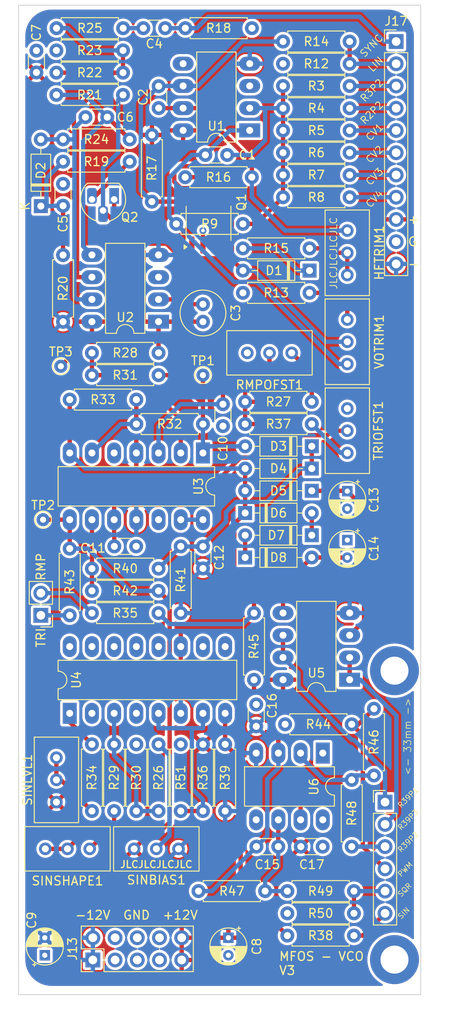
<source format=kicad_pcb>
(kicad_pcb (version 20240108) (generator "pcbnew") (generator_version "8.0")
  (layers (0 "F.Cu" signal) (1 "In1.Cu" power) (2 "In2.Cu" power) (31 "B.Cu" signal) (34 "B.Paste" user) (35 "F.Paste" user) (36 "B.SilkS" user "B.Silkscreen") (37 "F.SilkS" user "F.Silkscreen") (38 "B.Mask" user) (39 "F.Mask" user) (44 "Edge.Cuts" user))
  (net 0 "")
  (net 1 "Net-(U3A--)")
  (net 2 "RAW")
  (net 3 "GND")
  (net 4 "SYNC")
  (net 5 "-12V")
  (net 6 "+12V")
  (net 7 "Net-(D4-A)")
  (net 8 "Net-(D3-K)")
  (net 9 "Net-(D3-A)")
  (net 10 "CV1")
  (net 11 "CV2")
  (net 12 "CV3")
  (net 13 "CV4")
  (net 14 "LIN")
  (net 15 "Net-(R29-Pad1)")
  (net 16 "Net-(D8-A)")
  (net 17 "Net-(U1A--)")
  (net 18 "RMP")
  (net 19 "TRI")
  (net 20 "Net-(D1-K)")
  (net 21 "Net-(D6-A)")
  (net 22 "Net-(D1-A)")
  (net 23 "Net-(D2-A)")
  (net 24 "SIN")
  (net 25 "PWM")
  (net 26 "SQR")
  (net 27 "Net-(C1-Pad2)")
  (net 28 "Net-(Q1B-C2)")
  (net 29 "Net-(C2-Pad2)")
  (net 30 "Net-(Q1A-C1)")
  (net 31 "Net-(C4-Pad2)")
  (net 32 "Net-(D2-K)")
  (net 33 "Net-(U2B-+)")
  (net 34 "Net-(U3A-+)")
  (net 35 "Net-(U3C-+)")
  (net 36 "Net-(D5-K)")
  (net 37 "Net-(C15-Pad1)")
  (net 38 "Net-(D7-A)")
  (net 39 "Net-(Q1A-E1)")
  (net 40 "Net-(Q2-G)")
  (net 41 "R3P2")
  (net 42 "R2P2")
  (net 43 "Net-(R13-Pad2)")
  (net 44 "Net-(U2B--)")
  (net 45 "Net-(R26-Pad1)")
  (net 46 "Net-(U4C-+)")
  (net 47 "Net-(R27-Pad1)")
  (net 48 "Net-(U3B--)")
  (net 49 "Net-(R34-Pad1)")
  (net 50 "Net-(R34-Pad2)")
  (net 51 "Net-(R36-Pad2)")
  (net 52 "Net-(R37-Pad1)")
  (net 53 "Net-(R38-Pad1)")
  (net 54 "Net-(U3C--)")
  (net 55 "Net-(R42-Pad2)")
  (net 56 "Net-(U6--)")
  (net 57 "R39P2")
  (net 58 "R39P1")
  (net 59 "R39P3")
  (net 69 "Net-(U6-+)")
  (net 70 "Net-(U3D--)")
  (net 71 "Net-(HFTRIM1-Pad1)")
  (footprint "Library:R_Axial_DIN0207_L6.3mm_D2.5mm_P7.62mm_Horizontal" (layer "F.Cu") (at 93.472 66.04 180)
    (property "Reference" "R33")
    (property "Value" "10K")
  )
  (footprint "Library:R_Axial_DIN0207_L6.3mm_D2.5mm_P7.62mm_Horizontal" (layer "F.Cu") (at 85.09 57.1529 90)
    (property "Reference" "R20")
    (property "Value" "18K")
  )
  (footprint "Diode_THT:D_DO-35_SOD27_P7.62mm_Horizontal" (layer "F.Cu") (at 113.538 73.914 180)
    (property "Reference" "D4")
    (property "Value" "1N914")
  )
  (footprint "Library:R_Axial_DIN0207_L6.3mm_D2.5mm_P7.62mm_Horizontal" (layer "F.Cu") (at 88.392 113.03 90)
    (property "Reference" "R34")
    (property "Value" "100K")
  )
  (footprint "Capacitor_THT:C_Disc_D3.0mm_W1.6mm_P2.50mm" (layer "F.Cu") (at 96.769 23.622 180)
    (property "Reference" "C4")
    (property "Value" "1nF")
  )
  (footprint "Potentiometer_THT:Potentiometer_Bourns_3296W_Vertical" (layer "F.Cu") (at 106.162 60.706 180)
    (property "Reference" "RMPOFST1")
    (property "Value" "10K")
  )
  (footprint "TestPoint:TestPoint_THTPad_D1.5mm_Drill0.7mm" (layer "F.Cu") (at 82.804 79.756)
    (property "Reference" "TP2")
    (property "Value" "TestPoint")
  )
  (footprint "MountingHole:MountingHole_3.2mm_M3_DIN965_Pad" (layer "F.Cu") (at 123 130)
    (property "Reference" "H2" (hide yes))
    (property "Value" "MountingHole_Pad")
  )
  (footprint "Library:R_Axial_DIN0207_L6.3mm_D2.5mm_P7.62mm_Horizontal" (layer "F.Cu") (at 93.472 113.03 90)
    (property "Reference" "R30")
    (property "Value" "1K")
  )
  (footprint "Diode_THT:D_DO-35_SOD27_P7.62mm_Horizontal" (layer "F.Cu") (at 113.284 51.308 180)
    (property "Reference" "D1")
    (property "Value" "1N914")
  )
  (footprint "Capacitor_THT:C_Radial_D5.0mm_H11.0mm_P2.00mm" (layer "F.Cu") (at 101.092 55.15 -90)
    (property "Reference" "C3")
    (property "Value" "5nF")
  )
  (footprint "Library:R_Axial_DIN0207_L6.3mm_D2.5mm_P7.62mm_Horizontal" (layer "F.Cu") (at 110.744 127.254)
    (property "Reference" "R38")
    (property "Value" "1K")
  )
  (footprint "Library:R_Axial_DIN0207_L6.3mm_D2.5mm_P7.62mm_Horizontal" (layer "F.Cu") (at 92.71 36.322 180)
    (property "Reference" "R24")
    (property "Value" "1M")
  )
  (footprint "Capacitor_THT:C_Disc_D3.0mm_W1.6mm_P2.50mm" (layer "F.Cu") (at 109.708 117.094 180)
    (property "Reference" "C15")
    (property "Value" "10pF")
  )
  (footprint "Library:R_Axial_DIN0207_L6.3mm_D2.5mm_P7.62mm_Horizontal" (layer "F.Cu") (at 98.552 113.03 90)
    (property "Reference" "R51")
    (property "Value" "130K")
  )
  (footprint "Package_SO:SOIC-8_3.9x4.9mm_P1.27mm" (layer "F.Cu") (at 101.727 45.909 90)
    (property "Reference" "Q1")
    (property "Value" "SSM2210")
  )
  (footprint "Capacitor_THT:C_Disc_D3.0mm_W1.6mm_P2.50mm" (layer "F.Cu") (at 107.188 100.858 -90)
    (property "Reference" "C16")
    (property "Value" "100nF")
  )
  (footprint "Diode_THT:D_DO-35_SOD27_P7.62mm_Horizontal" (layer "F.Cu") (at 113.538 76.454 180)
    (property "Reference" "D5")
    (property "Value" "1N914")
  )
  (footprint "Library:R_Axial_DIN0207_L6.3mm_D2.5mm_P7.62mm_Horizontal" (layer "F.Cu") (at 118.11 109.474 -90)
    (property "Reference" "R48")
    (property "Value" "10K")
  )
  (footprint "Diode_THT:D_DO-35_SOD27_P7.62mm_Horizontal" (layer "F.Cu") (at 82.55 43.942 90)
    (property "Reference" "D2")
    (property "Value" "1N914" (hide yes))
  )
  (footprint "Capacitor_THT:C_Disc_D3.0mm_W1.6mm_P2.50mm" (layer "F.Cu") (at 103.378 69.068 90)
    (property "Reference" "C10")
    (property "Value" "100nF")
  )
  (footprint "Library:R_Axial_DIN0207_L6.3mm_D2.5mm_P7.62mm_Horizontal" (layer "F.Cu") (at 91.948 28.702 180)
    (property "Reference" "R22")
    (property "Value" "10K")
  )
  (footprint "Library:R_Axial_DIN0207_L6.3mm_D2.5mm_P7.62mm_Horizontal" (layer "F.Cu") (at 96.012 90.424 180)
    (property "Reference" "R35")
    (property "Value" "1K")
  )
  (footprint "Potentiometer_THT:Potentiometer_Bourns_3296W_Vertical" (layer "F.Cu") (at 117.602 61.976 -90)
    (property "Reference" "VOTRIM1")
    (property "Value" "100R")
  )
  (footprint "Library:R_Axial_DIN0207_L6.3mm_D2.5mm_P7.62mm_Horizontal" (layer "F.Cu") (at 88.392 87.884)
    (property "Reference" "R42")
    (property "Value" "20K")
  )
  (footprint "Library:R_Axial_DIN0207_L6.3mm_D2.5mm_P7.62mm_Horizontal" (layer "F.Cu") (at 117.871 35.306 180)
    (property "Reference" "R5")
    (property "Value" "100K")
  )
  (footprint "Library:R_Axial_DIN0207_L6.3mm_D2.5mm_P7.62mm_Horizontal" (layer "F.Cu") (at 90.932 113.03 90)
    (property "Reference" "R29")
    (property "Value" "20K")
  )
  (footprint "Library:R_Axial_DIN0207_L6.3mm_D2.5mm_P7.62mm_Horizontal" (layer "F.Cu") (at 88.392 63.246)
    (property "Reference" "R31")
    (property "Value" "47K")
  )
  (footprint "Library:R_Axial_DIN0207_L6.3mm_D2.5mm_P7.62mm_Horizontal" (layer "F.Cu") (at 96.012 60.706 180)
    (property "Reference" "R28")
    (property "Value" "10K")
  )
  (footprint "Library:R_Axial_DIN0207_L6.3mm_D2.5mm_P7.62mm_Horizontal" (layer "F.Cu") (at 106.934 90.424 -90)
    (property "Reference" "R45")
    (property "Value" "100K")
  )
  (footprint "Capacitor_THT:CP_Radial_D4.0mm_P2.00mm" (layer "F.Cu") (at 83 129.5 90)
    (property "Reference" "C9")
    (property "Value" "10uF")
  )
  (footprint "Package_TO_SOT_THT:TO-92L_HandSolder" (layer "F.Cu") (at 90.932 43.1771 180)
    (property "Reference" "Q2")
    (property "Value" "PN4391")
  )
  (footprint "Library:R_Axial_DIN0207_L6.3mm_D2.5mm_P7.62mm_Horizontal" (layer "F.Cu") (at 91.948 31.242 180)
    (property "Reference" "R21")
    (property "Value" "10K")
  )
  (footprint "Connector_PinHeader_2.54mm:PinHeader_2x05_P2.54mm_Vertical" (layer "F.Cu") (at 88.5 130.04 90)
    (property "Reference" "J13")
    (property "Value" "Conn_02x05_Odd_Even")
  )
  (footprint "MountingHole:MountingHole_3.2mm_M3_DIN965_Pad" (layer "F.Cu") (at 123 97)
    (property "Reference" "H1" (hide yes))
    (property "Value" "MountingHole_Pad")
  )
  (footprint "Capacitor_THT:CP_Radial_D4.0mm_P2.00mm" (layer "F.Cu") (at 117.602 76.4974 -90)
    (property "Reference" "C13")
    (property "Value" "1uF")
  )
  (footprint "Package_DIP:DIP-8_W7.62mm_LongPads" (layer "F.Cu") (at 96.012 57.14 180)
    (property "Reference" "U2")
    (property "Value" "TL072")
  )
  (footprint "Package_DIP:DIP-8_W7.62mm_LongPads" (layer "F.Cu") (at 114.798 106.411 -90)
    (property "Reference" "U6")
    (property "Value" "TL071")
  )
  (footprint "Potentiometer_THT:Potentiometer_Bourns_3296W_Vertical" (layer "F.Cu") (at 83.058 117.348 180)
    (property "Reference" "SINSHAPE1")
    (property "Value" "100K")
  )
  (footprint "TestPoint:TestPoint_THTPad_D1.5mm_Drill0.7mm" (layer "F.Cu") (at 84.836 62.23)
    (property "Reference" "TP3")
    (property "Value" "TestPoint")
  )
  (footprint "Library:R_Axial_DIN0207_L6.3mm_D2.5mm_P7.62mm_Horizontal" (layer "F.Cu") (at 93.472 68.834)
    (property "Reference" "R32")
    (property "Value" "10K")
  )
  (footprint "Connector_PinHeader_2.54mm:PinHeader_1x06_P2.54mm_Vertical" (layer "F.Cu") (at 121.92 112.014)
    (property "Reference" "J15" (hide yes))
    (property "Value" "Conn_01x06")
  )
  (footprint "Library:R_Axial_DIN0207_L6.3mm_D2.5mm_P7.62mm_Horizontal" (layer "F.Cu") (at 117.871 42.926 180)
    (property "Reference" "R8")
    (property "Value" "100K")
  )
  (footprint "Library:R_Axial_DIN0207_L6.3mm_D2.5mm_P7.62mm_Horizontal" (layer "F.Cu") (at 96.012 105.41 -90)
    (property "Reference" "R26")
    (property "Value" "470K")
  )
  (footprint "Diode_THT:D_DO-35_SOD27_P7.62mm_Horizontal" (layer "F.Cu") (at 105.918 84.074)
    (property "Reference" "D8")
    (property "Value" "1N914")
  )
  (footprint "Library:R_Axial_DIN0207_L6.3mm_D2.5mm_P7.62mm_Horizontal" (layer "F.Cu") (at 118.364 124.714 180)
    (property "Reference" "R50")
    (property "Value" "3K")
  )
  (footprint "Capacitor_THT:C_Disc_D3.0mm_W1.6mm_P2.50mm" (layer "F.Cu") (at 82.042 26.182 -90)
    (property "Reference" "C7")
    (property "Value" "100nF")
  )
  (footprint "Potentiometer_THT:Potentiometer_Bourns_3296W_Vertical" (layer "F.Cu") (at 98.298 117.348)
    (property "Reference" "SINBIAS1")
    (property "Value" "100K")
  )
  (footprint "Library:R_Axial_DIN0207_L6.3mm_D2.5mm_P7.62mm_Horizontal" (layer "F.Cu") (at 106.695 23.622 180)
    (property "Reference" "R18")
    (property "Value" "100K")
  )
  (footprint "Capacitor_THT:C_Disc_D3.0mm_W1.6mm_P2.50mm" (layer "F.Cu") (at 103.866 38.1 180)
    (property "Reference" "C1")
    (property "Value" "100pF")
  )
  (footprint "Capacitor_THT:CP_Radial_D4.0mm_P2.00mm" (layer "F.Cu") (at 104 127.5 -90)
    (property "Reference" "C8")
    (property "Value" "10uF")
  )
  (footprint "Connector_PinHeader_2.54mm:PinHeader_1x02_P2.54mm_Vertical" (layer "F.Cu") (at 82.55 90.678 180)
    (property "Reference" "J19" (hide yes))
    (property "Value" "Conn_01x02")
  )
  (footprint "Library:R_Axial_DIN0207_L6.3mm_D2.5mm_P7.62mm_Horizontal" (layer "F.Cu") (at 103.632 105.41 -90)
    (property "Reference" "R39")
    (property "Value" "4.7K")
  )
  (footprint "TestPoint:TestPoint_THTPad_D1.5mm_Drill0.7mm" (layer "F.Cu") (at 101.092 63.246)
    (property "Reference" "TP1")
    (property "Value" "TestPoint")
  )
  (footprint "Package_DIP:DIP-14_W7.62mm_LongPads" (layer "F.Cu") (at 101.092 72.136 -90)
    (property "Reference" "U3")
    (property "Value" "TL074")
  )
  (footprint "Library:R_Axial_DIN0207_L6.3mm_D2.5mm_P7.62mm_Horizontal" (layer "F.Cu") (at 105.664 45.974 180)
    (property "Reference" "R9")
    (property "Value" "2K")
  )
  (footprint "Library:R_Axial_DIN0207_L6.3mm_D2.5mm_P7.62mm_Horizontal" (layer "F.Cu") (at 117.871 30.226 180)
    (property "Reference" "R3")
    (property "Value" "1M")
  )
  (footprint "Library:R_Axial_DIN0207_L6.3mm_D2.5mm_P7.62mm_Horizontal" (layer "F.Cu") (at 91.963 23.622 180)
    (property "Reference" "R25")
    (property "Value" "1K")
  )
  (footprint "Diode_THT:D_DO-35_SOD27_P7.62mm_Horizontal" (layer "F.Cu") (at 113.538 71.374 180)
    (property "Reference" "D3")
    (property "Value" "1N914")
  )
  (footprint "Package_DIP:DIP-8_W7.62mm_LongPads" (layer "F.Cu") (at 106.441 35.296 180)
    (property "Reference" "U1")
    (property "Value" "OP275")
  )
  (footprint "Potentiometer_THT:Potentiometer_Bourns_3296W_Vertical" (layer "F.Cu") (at 84.328 106.934 90)
    (property "Reference" "SINLVL1")
    (property "Value" "1M")
  )
  (footprint "Library:R_Axial_DIN0207_L6.3mm_D2.5mm_P7.62mm_Horizontal" (layer "F.Cu") (at 101.092 105.41 -90)
    (property "Reference" "R36")
    (property "Value" "1M")
  )
  (footprint "Capacitor_THT:C_Disc_D3.0mm_W1.6mm_P2.50mm" (layer "F.Cu") (at 85.09 41.402 -90)
    (property "Reference" "C5")
    (property "Value" "100pF")
  )
  (footprint "Package_DIP:DIP-16_W7.62mm_LongPads" (layer "F.Cu") (at 85.852 101.869 90)
    (property "Reference" "U4")
    (property "Value" "LM13700")
  )
  (footprint "Library:R_Axial_DIN0207_L6.3mm_D2.5mm_P7.62mm_Horizontal" (layer "F.Cu") (at 120.65 101.346 -90)
    (property "Reference" "R46")
    (property "Value" "10K")
  )
  (footprint "Library:R_Axial_DIN0207_L6.3mm_D2.5mm_P7.62mm_Horizontal" (layer "F.Cu") (at 117.871 25.146 180)
    (property "Reference" "R14")
    (property "Value" "1M")
  )
  (footprint "Package_DIP:DIP-8_W7.62mm_LongPads" (layer "F.Cu") (at 117.871 98.034 180)
    (property "Reference" "U5")
    (property "Value" "TL072")
  )
  (footprint "Library:R_Axial_DIN0207_L6.3mm_D2.5mm_P7.62mm_Horizontal" (layer "F.Cu") (at 117.871 32.766 180)
    (property "Reference" "R4")
    (property "Value" "100K")
  )
  (footprint "Library:R_Axial_DIN0207_L6.3mm_D2.5mm_P7.62mm_Horizontal" (layer "F.Cu") (at 99.06 40.640707)
    (property "Reference" "R16")
    (property "Value" "10K")
  )
  (footprint "Library:R_Axial_DIN0207_L6.3mm_D2.5mm_P7.62mm_Horizontal" (layer "F.Cu") (at 110.251 27.686)
    (property "Reference" "R12")
    (property "Value" "100K")
  )
  (footprint "Library:R_Axial_DIN0207_L6.3mm_D2.5mm_P7.62mm_Horizontal" (layer "F.Cu") (at 100.584 122.174)
    (property "Reference" "R47")
    (property "Value" "10M")
  )
  (footprint "Library:R_Axial_DIN0207_L6.3mm_D2.5mm_P7.62mm_Horizontal" (layer "F.Cu") (at 105.664 53.848)
    (property "Reference" "R13")
    (property "Value" "475R")
  )
  (footprint "Library:R_Axial_DIN0207_L6.3mm_D2.5mm_P7.62mm_Horizontal" (layer "F.Cu") (at 117.871 37.846 180)
    (property "Reference" "R6")
    (property "Value" "100K")
  )
  (footprint "Library:R_Axial_DIN0207_L6.3mm_D2.5mm_P7.62mm_Horizontal" (layer "F.Cu") (at 95.25 43.434 90)
    (property "Reference" "R17")
    (property "Value" "1M")
  )
  (footprint "Library:R_Axial_DIN0207_L6.3mm_D2.5mm_P7.62mm_Horizontal" (layer "F.Cu") (at 91.948 26.162 180)
    (property "Reference" "R23")
    (property "Value" "2K")
  )
  (footprint "Capacitor_THT:C_Disc_D3.0mm_W1.6mm_P2.50mm" (layer "F.Cu") (at 101.092 85.324 90)
    (property "Reference" "C12")
    (property "Value" "2nF")
  )
  (footprint "Potentiometer_THT:Potentiometer_Bourns_3296W_Vertical" (layer "F.Cu") (at 117.602 51.816 -90)
    (property "Reference" "HFTRIM1")
    (property "Value" "100K")
  )
  (footprint "Library:R_Axial_DIN0207_L6.3mm_D2.5mm_P7.62mm_Horizontal" (layer "F.Cu") (at 113.538 68.834 180)
    (property "Reference" "R37")
    (property "Value" "10K")
  )
  (footprint "Library:R_Axial_DIN0207_L6.3mm_D2.5mm_P7.62mm_Horizontal" (layer "F.Cu") (at 96.012 85.344 180)
    (property "Reference" "R40")
    (property "Value" "10K")
  )
  (footprint "Library:R_Axial_DIN0207_L6.3mm_D2.5mm_P7.62mm_Horizontal" (layer "F.Cu") (at 92.71 38.862 180)
    (property "Reference" "R19")
    (property "Value" "100K")
  )
  (footprint "Diode_THT:D_DO-35_SOD27_P7.62mm_Horizontal" (layer "F.Cu") (at 105.918 78.994)
    (property "Reference" "D6")
    (property "Value" "1N914")
  )
  (footprint "Library:R_Axial_DIN0207_L6.3mm_D2.5mm_P7.62mm_Horizontal" (layer "F.Cu") (at 85.852 83.058 -90)
    (property "Reference" "R43")
    (property "Value" "1K")
  )
  (footprint "Capacitor_THT:CP_Radial_D4.0mm_P2.00mm" (layer "F.Cu") (at 117.602 82.0854 -90)
    (property "Reference" "C14")
    (property "Value" "1uF")
  )
  (footprint "Capacitor_THT:C_Disc_D3.0mm_W1.6mm_P2.50mm" (layer "F.Cu") (at 90.15 33.782 180)
    (property "Reference" "C6")
    (property "Value" "4.7pF")
  )
  (footprint "Capacitor_THT:C_Disc_D3.0mm_W1.6mm_P2.50mm" (layer "F.Cu") (at 96.027 30.246 -90)
    (property "Reference" "C2")
    (property "Value" "100pF")
  )
  (footprint "Capacitor_THT:C_Disc_D3.0mm_W1.6mm_P2.50mm" (layer "F.Cu") (at 93.452 82.804 180)
    (property "Reference" "C11")
    (property "Value" "100nF")
  )
  (footprint "Library:R_Axial_DIN0207_L6.3mm_D2.5mm_P7.62mm_Horizontal" (layer "F.Cu") (at 113.538 66.294 180)
    (property "Reference" "R27")
    (property "Value" "100K")
  )
  (footprint "Library:R_Axial_DIN0207_L6.3mm_D2.5mm_P7.62mm_Horizontal" (layer "F.Cu") (at 98.552 82.804 -90)
    (property "Reference" "R41")
    (property "Value" "20K")
  )
  (footprint "Library:R_Axial_DIN0207_L6.3mm_D2.5mm_P7.62mm_Horizontal" (layer "F.Cu") (at 118.11 103.124 180)
    (property "Reference" "R44")
    (property "Value" "100K")
  )
  (footprint "Capacitor_THT:C_Disc_D3.0mm_W1.6mm_P2.50mm" (layer "F.Cu") (at 114.788 117.094 180)
    (property "Reference" "C17")
    (property "Value" "100nF")
  )
  (footprint "Connector_PinHeader_2.54mm:PinHeader_1x11_P2.54mm_Vertical" (layer "F.Cu") (at 123.19 25.146)
    (property "Reference" "J17")
    (property "Value" "Conn_01x11")
  )
  (footprint "Library:R_Axial_DIN0207_L6.3mm_D2.5mm_P7.62mm_Horizontal" (layer "F.Cu") (at 110.744 122.174)
    (property "Reference" "R49")
    (property "Value" "4.7K")
  )
  (footprint "Diode_THT:D_DO-35_SOD27_P7.62mm_Horizontal" (layer "F.Cu") (at 113.538 81.534 180)
    (property "Reference" "D7")
    (property "Value" "1N914")
  )
  (footprint "Potentiometer_THT:Potentiometer_Bourns_3296W_Vertical" (layer "F.Cu") (at 117.602 67.056 90)
    (property "Reference" "TRIOFST1")
    (property "Value" "10K")
  )
  (footprint "Library:R_Axial_DIN0207_L6.3mm_D2.5mm_P7.62mm_Horizontal" (layer "F.Cu") (at 105.664 48.768)
    (property "Reference" "R15")
    (property "Value" "4.7K")
  )
  (footprint "Library:R_Axial_DIN0207_L6.3mm_D2.5mm_P7.62mm_Horizontal" (layer "F.Cu") (at 117.871 40.386 180)
    (property "Reference" "R7")
    (property "Value" "100K")
  )
  (gr_rect (start 80 21) (end 126 134) (stroke (width 0.1)) (fill none) (layer "Edge.Cuts"))
  (gr_text "PWM" (at 123.75 120.674 45) (layer "F.SilkS") (effects (font (size 0.6 0.6) (thickness 0.08)) (justify left bottom)))
  (gr_text "SIN" (at 123.75 125.5 45) (layer "F.SilkS") (effects (font (size 0.6 0.6) (thickness 0.08)) (justify left bottom)))
  (gr_text "JLCJLCJLCJLC" (at 95.758 119.126 0) (layer "F.SilkS") (effects (font (size 0.8 0.8))))
  (gr_text "+12V" (at 98.5 125.5 0) (layer "F.SilkS") (effects (font (size 1 1)) (justify bottom)))
  (gr_text "SYNC" (at 121.5 24.5 45) (layer "F.SilkS") (effects (font (size 0.8 0.8) (thickness 0.1)) (justify right)))
  (gr_text "GND" (at 93.5 125.5 0) (layer "F.SilkS") (effects (font (size 1 1)) (justify bottom)))
  (gr_text "-12V" (at 88.5 125.5 0) (layer "F.SilkS") (effects (font (size 1 1)) (justify bottom)))
  (gr_text "CV3" (at 121.56 39.74 45) (layer "F.SilkS") (effects (font (size 0.8 0.8) (thickness 0.1)) (justify right)))
  (gr_text "-" (at 124.46 50.546 0) (layer "F.SilkS") (effects (font (size 1 1)) (justify left)))
  (gr_text "R39P2" (at 123.75 117.88 45) (layer "F.SilkS") (effects (font (size 0.6 0.6) (thickness 0.08)) (justify left bottom)))
  (gr_text "JLCJLCJLCJLC" (at 116.5 53.5 90) (layer "F.SilkS") (effects (font (size 0.8 0.8) (thickness 0.1)) (justify left bottom)))
  (gr_text "MFOS - VCO\nV3" (at 109.728 131.826 0) (layer "F.SilkS") (effects (font (size 1 1)) (justify left bottom)))
  (gr_text "R39P3" (at 123.75 115.34 45) (layer "F.SilkS") (effects (font (size 0.6 0.6) (thickness 0.08)) (justify left bottom)))
  (gr_text "+" (at 124.46 45.466 0) (layer "F.SilkS") (effects (font (size 1 1)) (justify left)))
  (gr_text "CV1" (at 121.56 34.66 45) (layer "F.SilkS") (effects (font (size 0.8 0.8) (thickness 0.1)) (justify right)))
  (gr_text "SQR" (at 123.75 122.96 45) (layer "F.SilkS") (effects (font (size 0.6 0.6) (thickness 0.08)) (justify left bottom)))
  (gr_text "RMP" (at 82.55 86.808 90) (layer "F.SilkS") (effects (font (size 1 1)) (justify left)))
  (gr_text "G" (at 124.46 48.006 0) (layer "F.SilkS") (effects (font (size 1 1)) (justify left)))
  (gr_text "LIN" (at 121.56 27.04 45) (layer "F.SilkS") (effects (font (size 0.8 0.8) (thickness 0.1)) (justify right)))
  (gr_text "R2P2" (at 121.56 32.12 45) (layer "F.SilkS") (effects (font (size 0.8 0.8) (thickness 0.1)) (justify right)))
  (gr_text "R3P2" (at 121.56 29.58 45) (layer "F.SilkS") (effects (font (size 0.8 0.8) (thickness 0.1)) (justify right)))
  (gr_text "CV4" (at 121.56 42.28 45) (layer "F.SilkS") (effects (font (size 0.8 0.8) (thickness 0.1)) (justify right)))
  (gr_text "CV2" (at 121.56 37.2 45) (layer "F.SilkS") (effects (font (size 0.8 0.8) (thickness 0.1)) (justify right)))
  (gr_text "<- 33mm ->" (at 124.968 109 90) (layer "F.SilkS") (effects (font (size 0.8 0.8) (thickness 0.08)) (justify left bottom)))
  (gr_text "R39P1" (at 123.75 112.8 45) (layer "F.SilkS") (effects (font (size 0.6 0.6) (thickness 0.08)) (justify left bottom)))
  (gr_text "TRI" (at 82.55 92.008 90) (layer "F.SilkS") (effects (font (size 1 1)) (justify right)))
  (segment (start 93.472 63.246) (end 88.392 63.246) (width 0.5) (layer "F.Cu") (net 1))
  (segment (start 98.552 72.136) (end 98.552 68.326) (width 0.5) (layer "F.Cu") (net 1))
  (segment (start 88.392 60.706) (end 88.392 63.246) (width 0.5) (layer "F.Cu") (net 1))
  (segment (start 98.552 68.326) (end 93.472 63.246) (width 0.5) (layer "F.Cu") (net 1))
  (segment (start 87.61 59.456) (end 84.836 62.23) (width 0.5) (layer "F.Cu") (net 2))
  (segment (start 94.312 49.0971) (end 94.312 57.14) (width 0.5) (layer "F.Cu") (net 2))
  (segment (start 89.662 44.4471) (end 94.312 49.0971) (width 0.5) (layer "F.Cu") (net 2))
  (segment (start 92.466 57.14) (end 90.15 59.456) (width 0.5) (layer "F.Cu") (net 2))
  (segment (start 96.012 57.14) (end 101.082 57.14) (width 0.5) (layer "F.Cu") (net 2))
  (segment (start 101.082 57.14) (end 101.092 57.15) (width 0.5) (layer "F.Cu") (net 2))
  (segment (start 96.012 57.14) (end 94.312 57.14) (width 0.5) (layer "F.Cu") (net 2))
  (segment (start 90.15 59.456) (end 87.61 59.456) (width 0.5) (layer "F.Cu") (net 2))
  (segment (start 96.012 60.706) (end 96.012 57.14) (width 0.5) (layer "F.Cu") (net 2))
  (segment (start 94.312 57.14) (end 92.466 57.14) (width 0.5) (layer "F.Cu") (net 2))
  (segment (start 91.4019 37.825) (end 89.662 39.5649) (width 0.5) (layer "B.Cu") (net 2))
  (segment (start 89.662 39.5649) (end 89.662 44.4471) (width 0.5) (layer "B.Cu") (net 2))
  (segment (start 91.948 31.242) (end 91.4019 31.7881) (width 0.5) (layer "B.Cu") (net 2))
  (segment (start 91.4019 31.7881) (end 91.4019 37.825) (width 0.5) (layer "B.Cu") (net 2))
  (segment (start 101.092 46.736) (end 101.092 48.384) (width 0.5) (layer "F.Cu") (net 3))
  (via (at 101.092 46.736) (size 0.8) (drill 0.4) (layers "F.Cu" "B.Cu") (net 3))
  (segment (start 101.6749 22.3221) (end 100.375 23.622) (width 0.5) (layer "B.Cu") (net 4))
  (segment (start 96.769 23.622) (end 99.075 23.622) (width 0.5) (layer "B.Cu") (net 4))
  (segment (start 121.84 25.146) (end 119.0161 22.3221) (width 0.5) (layer "B.Cu") (net 4))
  (segment (start 123.19 25.146) (end 121.84 25.146) (width 0.5) (layer "B.Cu") (net 4))
  (segment (start 99.075 23.622) (end 100.375 23.622) (width 0.5) (layer "B.Cu") (net 4))
  (segment (start 119.0161 22.3221) (end 101.6749 22.3221) (width 0.5) (layer "B.Cu") (net 4))
  (segment (start 106.934 90.424) (end 106.934 89.29263) (width 0.5) (layer "F.Cu") (net 7))
  (segment (start 104.668 87.02663) (end 104.668 80.244) (width 0.5) (layer "F.Cu") (net 7))
  (segment (start 104.668 80.244) (end 105.918 78.994) (width 0.5) (layer "F.Cu") (net 7))
  (segment (start 85.852 72.136) (end 85.852 66.04) (width 0.5) (layer "F.Cu") (net 7))
  (segment (start 106.934 89.29263) (end 104.668 87.02663) (width 0.5) (layer "F.Cu") (net 7))
  (segment (start 105.918 78.994) (end 105.918 76.454) (width 0.5) (layer "F.Cu") (net 7))
  (segment (start 105.918 76.454) (end 105.918 73.914) (width 0.5) (layer "F.Cu") (net 7))
  (segment (start 105.918 73.914) (end 87.63 73.914) (width 0.5) (layer "B.Cu") (net 7))
  (segment (start 97.262 91.674) (end 105.684 91.674) (width 0.5) (layer "B.Cu") (net 7))
  (segment (start 96.012 90.424) (end 97.262 91.674) (width 0.5) (layer "B.Cu") (net 7))
  (segment (start 87.63 73.914) (end 85.852 72.136) (width 0.5) (layer "B.Cu") (net 7))
  (segment (start 105.684 91.674) (end 106.934 90.424) (width 0.5) (layer "B.Cu") (net 7))
  (segment (start 113.538 71.374) (end 113.538 73.914) (width 0.5) (layer "F.Cu") (net 8))
  (segment (start 100.906 82.824) (end 103.7326 79.9974) (width 0.5) (layer "B.Cu") (net 8))
  (segment (start 98.552 82.804) (end 96.012 85.344) (width 0.5) (layer "B.Cu") (net 8))
  (segment (start 113.538 73.914) (end 112.238 73.914) (width 0.5) (layer "B.Cu") (net 8))
  (segment (start 103.7326 78.8918) (end 104.9004 77.724) (width 0.5) (layer "B.Cu") (net 8))
  (segment (start 101.092 82.824) (end 99.5584 82.824) (width 0.5) (layer "B.Cu") (net 8))
  (segment (start 99.5584 82.824) (end 100.906 82.824) (width 0.5) (layer "B.Cu") (net 8))
  (segment (start 99.5584 82.824) (end 98.572 82.824) (width 0.5) (layer "B.Cu") (net 8))
  (segment (start 108.428 77.724) (end 112.238 73.914) (width 0.5) (layer "B.Cu") (net 8))
  (segment (start 103.7326 79.9974) (end 103.7326 78.8918) (width 0.5) (layer "B.Cu") (net 8))
  (segment (start 98.572 82.824) (end 98.552 82.804) (width 0.5) (layer "B.Cu") (net 8))
  (segment (start 104.9004 77.724) (end 108.428 77.724) (width 0.5) (layer "B.Cu") (net 8))
  (segment (start 97.79 63.246) (end 96.012 63.246) (width 0.5) (layer "F.Cu") (net 9))
  (segment (start 101.092 63.246) (end 101.092 66.548) (width 0.5) (layer "F.Cu") (net 9))
  (segment (start 101.092 66.548) (end 97.79 63.246) (width 0.5) (layer "F.Cu") (net 9))
  (segment (start 101.092 68.834) (end 101.092 66.548) (width 0.5) (layer "F.Cu") (net 9))
  (segment (start 101.854 71.374) (end 101.092 72.136) (width 0.5) (layer "B.Cu") (net 9))
  (segment (start 105.918 71.374) (end 101.854 71.374) (width 0.5) (layer "B.Cu") (net 9))
  (segment (start 101.092 71.286) (end 101.092 68.834) (width 0.5) (layer "B.Cu") (net 9))
  (segment (start 101.092 72.136) (end 101.092 71.286) (width 0.5) (layer "B.Cu") (net 9))
  (segment (start 123.19 35.306) (end 117.871 35.306) (width 0.5) (layer "B.Cu") (net 10))
  (segment (start 123.19 37.846) (end 117.871 37.846) (width 0.5) (layer "B.Cu") (net 11))
  (segment (start 123.19 40.386) (end 117.871 40.386) (width 0.5) (layer "B.Cu") (net 12))
  (segment (start 123.19 42.926) (end 117.871 42.926) (width 0.5) (layer "B.Cu") (net 13))
  (segment (start 117.871 27.686) (end 117.871 25.146) (width 0.5) (layer "F.Cu") (net 14))
  (segment (start 123.19 27.686) (end 117.871 27.686) (width 0.5) (layer "B.Cu") (net 14))
  (segment (start 83.058 117.348) (end 85.598 117.348) (width 0.5) (layer "F.Cu") (net 15))
  (segment (start 85.598 117.348) (end 87.63 115.316) (width 0.5) (layer "F.Cu") (net 15))
  (segment (start 90.17 115.316) (end 90.932 114.554) (width 0.5) (layer "F.Cu") (net 15))
  (segment (start 90.932 114.554) (end 90.932 113.03) (width 0.5) (layer "F.Cu") (net 15))
  (segment (start 87.63 115.316) (end 90.17 115.316) (width 0.5) (layer "F.Cu") (net 15))
  (segment (start 114.8494 84.0854) (end 114.838 84.074) (width 0.5) (layer "F.Cu") (net 16))
  (segment (start 117.602 84.0854) (end 114.8494 84.0854) (width 0.5) (layer "F.Cu") (net 16))
  (segment (start 110.251 87.361) (end 113.538 84.074) (width 0.5) (layer "F.Cu") (net 16))
  (segment (start 110.251 90.414) (end 110.251 87.361) (width 0.5) (layer "F.Cu") (net 16))
  (segment (start 113.538 84.074) (end 114.838 84.074) (width 0.5) (layer "F.Cu") (net 16))
  (segment (start 107.203 45.974) (end 110.251 42.926) (width 0.5) (layer "F.Cu") (net 17))
  (segment (start 110.251 40.386) (end 110.251 37.846) (width 0.5) (layer "F.Cu") (net 17))
  (segment (start 110.251 30.226) (end 110.251 32.766) (width 0.5) (layer "F.Cu") (net 17))
  (segment (start 110.251 37.846) (end 110.251 35.306) (width 0.5) (layer "F.Cu") (net 17))
  (segment (start 110.251 40.386) (end 110.251 42.926) (width 0.5) (layer "F.Cu") (net 17))
  (segment (start 105.664 45.974) (end 107.203 45.974) (width 0.5) (layer "F.Cu") (net 17))
  (segment (start 110.251 32.766) (end 110.251 35.306) (width 0.5) (layer "F.Cu") (net 17))
  (segment (start 108.204 32.756) (end 108.941 32.756) (width 0.5) (layer "B.Cu") (net 17))
  (segment (start 108.204 36.433) (end 108.204 32.756) (width 0.5) (layer "B.Cu") (net 17))
  (segment (start 110.251 32.766) (end 108.951 32.766) (width 0.5) (layer "B.Cu") (net 17))
  (segment (start 108.941 32.756) (end 108.951 32.766) (width 0.5) (layer "B.Cu") (net 17))
  (segment (start 106.441 32.756) (end 108.204 32.756) (width 0.5) (layer "B.Cu") (net 17))
  (segment (start 103.866 38.1) (end 106.537 38.1) (width 0.5) (layer "B.Cu") (net 17))
  (segment (start 106.537 38.1) (end 108.204 36.433) (width 0.5) (layer "B.Cu") (net 17))
  (segment (start 86.106 88.138) (end 88.392 90.424) (width 0.5) (layer "B.Cu") (net 18))
  (segment (start 82.55 88.138) (end 86.106 88.138) (width 0.5) (layer "B.Cu") (net 18))
  (segment (start 82.55 90.678) (end 85.852 90.678) (width 0.5) (layer "B.Cu") (net 19))
  (segment (start 113.284 51.308) (end 111.984 51.308) (width 0.5) (layer "B.Cu") (net 20))
  (segment (start 109.444 48.768) (end 105.664 48.768) (width 0.5) (layer "B.Cu") (net 20))
  (segment (start 111.984 51.308) (end 109.444 48.768) (width 0.5) (layer "B.Cu") (net 20))
  (segment (start 113.538 81.534) (end 113.538 78.994) (width 0.5) (layer "F.Cu") (net 21))
  (segment (start 104.394 42.164) (end 104.394 50.038) (width 0.5) (layer "F.Cu") (net 22))
  (segment (start 101.620707 39.390707) (end 104.394 42.164) (width 0.5) (layer "F.Cu") (net 22))
  (segment (start 101.092 42.30494) (end 100.677767 41.890707) (width 0.5) (layer "F.Cu") (net 22))
  (segment (start 97.81 41.158474) (end 97.81 40.12294) (width 0.5) (layer "F.Cu") (net 22))
  (segment (start 98.542233 41.890707) (end 97.81 41.158474) (width 0.5) (layer "F.Cu") (net 22))
  (segment (start 98.542233 39.390707) (end 101.620707 39.390707) (width 0.5) (layer "F.Cu") (net 22))
  (segment (start 97.81 40.12294) (end 98.542233 39.390707) (width 0.5) (layer "F.Cu") (net 22))
  (segment (start 100.677767 41.890707) (end 98.542233 41.890707) (width 0.5) (layer "F.Cu") (net 22))
  (segment (start 101.092 43.434) (end 101.092 42.30494) (width 0.5) (layer "F.Cu") (net 22))
  (segment (start 104.394 50.038) (end 105.664 51.308) (width 0.5) (layer "F.Cu") (net 22))
  (segment (start 115.092 59.436) (end 117.602 59.436) (width 0.5) (layer "B.Cu") (net 22))
  (segment (start 106.964 51.308) (end 115.092 59.436) (width 0.5) (layer "B.Cu") (net 22))
  (segment (start 105.664 51.308) (end 106.964 51.308) (width 0.5) (layer "B.Cu") (net 22))
  (segment (start 86.39 54.298) (end 86.692 54.6) (width 0.5) (layer "B.Cu") (net 23))
  (segment (start 82.55 36.322) (end 85.09 36.322) (width 0.5) (layer "B.Cu") (net 23))
  (segment (start 87.65 33.782) (end 86.39 35.042) (width 0.5) (layer "B.Cu") (net 23))
  (segment (start 86.39 35.042) (end 86.39 36.322) (width 0.5) (layer "B.Cu") (net 23))
  (segment (start 85.09 36.322) (end 86.39 36.322) (width 0.5) (layer "B.Cu") (net 23))
  (segment (start 88.392 54.6) (end 86.692 54.6) (width 0.5) (layer "B.Cu") (net 23))
  (segment (start 86.39 36.322) (end 86.39 54.298) (width 0.5) (layer "B.Cu") (net 23))
  (segment (start 119.38 127.254) (end 121.92 124.714) (width 0.5) (layer "F.Cu") (net 24))
  (segment (start 118.364 127.254) (end 119.38 127.254) (width 0.5) (layer "F.Cu") (net 24))
  (segment (start 119.38 104.394) (end 118.491 103.505) (width 0.5) (layer "F.Cu") (net 25))
  (segment (start 121.92 119.634) (end 119.38 117.094) (width 0.5) (layer "F.Cu") (net 25))
  (segment (start 119.38 117.094) (end 119.38 104.394) (width 0.5) (layer "F.Cu") (net 25))
  (segment (start 118.491 103.505) (end 118.11 103.124) (width 0.5) (layer "F.Cu") (net 25))
  (segment (start 118.491 103.505) (end 120.65 101.346) (width 0.5) (layer "F.Cu") (net 25))
  (segment (start 118.364 122.174) (end 118.364 124.714) (width 0.5) (layer "F.Cu") (net 26))
  (segment (start 121.92 122.174) (end 118.364 122.174) (width 0.5) (layer "B.Cu") (net 26))
  (segment (start 98.044 45.974) (end 97.244001 45.174001) (width 0.5) (layer "B.Cu") (net 27))
  (segment (start 107.26405 52.598) (end 116.64205 61.976) (width 0.5) (layer "B.Cu") (net 27))
  (segment (start 104.17 35.296) (end 101.366 38.1) (width 0.5) (layer "B.Cu") (net 27))
  (segment (start 99.822 38.1) (end 101.366 38.1) (width 0.5) (layer "B.Cu") (net 27))
  (segment (start 104.668 52.598) (end 107.26405 52.598) (width 0.5) (layer "B.Cu") (net 27))
  (segment (start 98.044 45.974) (end 104.668 52.598) (width 0.5) (layer "B.Cu") (net 27))
  (segment (start 97.244001 45.174001) (end 97.244001 40.677999) (width 0.5) (layer "B.Cu") (net 27))
  (segment (start 97.244001 40.677999) (end 99.822 38.1) (width 0.5) (layer "B.Cu") (net 27))
  (segment (start 106.441 35.296) (end 104.17 35.296) (width 0.5) (layer "B.Cu") (net 27))
  (segment (start 116.64205 61.976) (end 117.602 61.976) (width 0.5) (layer "B.Cu") (net 27))
  (segment (start 99.822 43.434) (end 95.25 43.434) (width 0.5) (layer "F.Cu") (net 28))
  (segment (start 96.057 30.216) (end 98.821 30.216) (width 0.5) (layer "B.Cu") (net 28))
  (segment (start 93.98 32.293) (end 93.98 42.164) (width 0.5) (layer "B.Cu") (net 28))
  (segment (start 93.98 42.164) (end 95.25 43.434) (width 0.5) (layer "B.Cu") (net 28))
  (segment (start 96.027 30.246) (end 93.98 32.293) (width 0.5) (layer "B.Cu") (net 28))
  (segment (start 98.821 30.216) (end 100.521 30.216) (width 0.5) (layer "B.Cu") (net 28))
  (segment (start 100.521 30.216) (end 105.591 25.146) (width 0.5) (layer "B.Cu") (net 28))
  (segment (start 96.027 30.246) (end 96.057 30.216) (width 0.5) (layer "B.Cu") (net 28))
  (segment (start 105.591 25.146) (end 110.251 25.146) (width 0.5) (layer "B.Cu") (net 28))
  (segment (start 96.037 32.756) (end 96.027 32.746) (width 0.5) (layer "F.Cu") (net 29))
  (segment (start 106.68 38.915) (end 106.68 40.640707) (width 0.5) (layer "F.Cu") (net 29))
  (segment (start 100.521 32.756) (end 106.68 38.915) (width 0.5) (layer "F.Cu") (net 29))
  (segment (start 98.821 32.756) (end 100.521 32.756) (width 0.5) (layer "F.Cu") (net 29))
  (segment (start 98.821 32.756) (end 96.037 32.756) (width 0.5) (layer "F.Cu") (net 29))
  (segment (start 117.602 46.736) (end 110.49 46.736) (width 0.5) (layer "B.Cu") (net 29))
  (segment (start 106.68 42.926) (end 106.68 40.640707) (width 0.5) (layer "B.Cu") (net 29))
  (segment (start 110.49 46.736) (end 106.68 42.926) (width 0.5) (layer "B.Cu") (net 29))
  (segment (start 99.822 49.854) (end 99.187 50.489) (width 0.5) (layer "F.Cu") (net 30))
  (segment (start 99.854 55.15) (end 101.092 55.15) (width 0.5) (layer "F.Cu") (net 30))
  (segment (start 90.932 44.1771) (end 94.9819 48.227) (width 0.5) (layer "F.Cu") (net 30))
  (segment (start 99.822 48.384) (end 99.822 49.854) (width 0.5) (layer "F.Cu") (net 30))
  (segment (start 90.932 43.1771) (end 90.932 44.1771) (width 0.5) (layer "F.Cu") (net 30))
  (segment (start 96.012 54.6) (end 99.304 54.6) (width 0.5) (layer "F.Cu") (net 30))
  (segment (start 99.304 54.6) (end 99.854 55.15) (width 0.5) (layer "F.Cu") (net 30))
  (segment (start 99.187 51.751) (end 99.187 54.483) (width 0.5) (layer "F.Cu") (net 30))
  (segment (start 99.187 50.489) (end 99.187 51.751) (width 0.5) (layer "F.Cu") (net 30))
  (segment (start 94.9819 48.227) (end 96.925 48.227) (width 0.5) (layer "F.Cu") (net 30))
  (segment (start 96.925 48.227) (end 99.187 50.489) (width 0.5) (layer "F.Cu") (net 30))
  (segment (start 94.269 23.622) (end 91.963 23.622) (width 0.5) (layer "B.Cu") (net 31))
  (segment (start 85.09 43.902) (end 85.09 49.5329) (width 0.5) (layer "F.Cu") (net 32))
  (segment (start 83.89 43.902) (end 83.85 43.942) (width 0.5) (layer "B.Cu") (net 32))
  (segment (start 83.2 43.942) (end 83.2 40.752) (width 0.5) (layer "B.Cu") (net 32))
  (segment (start 85.09 43.902) (end 83.89 43.902) (width 0.5) (layer "B.Cu") (net 32))
  (segment (start 82.55 43.942) (end 83.2 43.942) (width 0.5) (layer "B.Cu") (net 32))
  (segment (start 83.2 43.942) (end 83.85 43.942) (width 0.5) (layer "B.Cu") (net 32))
  (segment (start 83.2 40.752) (end 85.09 38.862) (width 0.5) (layer "B.Cu") (net 32))
  (segment (start 90.17 33.782) (end 92.71 36.322) (width 0.5) (layer "F.Cu") (net 33))
  (segment (start 90.15 33.782) (end 90.17 33.782) (width 0.5) (layer "F.Cu") (net 33))
  (segment (start 87.3844 48.5124) (end 87.3844 36.5476) (width 0.5) (layer "B.Cu") (net 33))
  (segment (start 87.3844 36.5476) (end 90.15 33.782) (width 0.5) (layer "B.Cu") (net 33))
  (segment (start 88.392 49.52) (end 87.3844 48.5124) (width 0.5) (layer "B.Cu") (net 33))
  (segment (start 87.61 31.242) (end 84.328 31.242) (width 0.5) (layer "B.Cu") (net 33))
  (segment (start 90.15 33.782) (end 87.61 31.242) (width 0.5) (layer "B.Cu") (net 33))
  (segment (start 104.648 63.246) (end 107.696 63.246) (width 0.5) (layer "F.Cu") (net 34))
  (segment (start 107.696 63.246) (end 108.702 62.24) (width 0.5) (layer "F.Cu") (net 34))
  (segment (start 108.702 62.24) (end 108.702 60.706) (width 0.5) (layer "F.Cu") (net 34))
  (segment (start 103.378 64.516) (end 104.648 63.246) (width 0.5) (layer "F.Cu") (net 34))
  (segment (start 103.378 66.568) (end 103.378 64.516) (width 0.5) (layer "F.Cu") (net 34))
  (segment (start 98.532 66.568) (end 103.378 66.568) (width 0.5) (layer "B.Cu") (net 34))
  (segment (start 96.012 69.088) (end 98.532 66.568) (width 0.5) (layer "B.Cu") (net 34))
  (segment (start 96.012 72.136) (end 96.012 69.088) (width 0.5) (layer "B.Cu") (net 34))
  (segment (start 90.932 79.756) (end 90.932 78.056) (width 0.5) (layer "F.Cu") (net 35))
  (segment (start 105.3994 72.6621) (end 106.9259 72.6621) (width 0.5) (layer "F.Cu") (net 35))
  (segment (start 90.932 81.456) (end 90.952 81.476) (width 0.5) (layer "F.Cu") (net 35))
  (segment (start 115.824 69.596) (end 117.602 69.596) (width 0.5) (layer "F.Cu") (net 35))
  (segment (start 90.952 81.476) (end 90.952 82.804) (width 0.5) (layer "F.Cu") (net 35))
  (segment (start 90.932 80.1895) (end 90.932 81.456) (width 0.5) (layer "F.Cu") (net 35))
  (segment (start 109.484 70.104) (end 115.316 70.104) (width 0.5) (layer "F.Cu") (net 35))
  (segment (start 115.316 70.104) (end 115.824 69.596) (width 0.5) (layer "F.Cu") (net 35))
  (segment (start 106.9259 72.6621) (end 109.484 70.104) (width 0.5) (layer "F.Cu") (net 35))
  (segment (start 100.0055 78.056) (end 105.3994 72.6621) (width 0.5) (layer "F.Cu") (net 35))
  (segment (start 90.932 78.056) (end 100.0055 78.056) (width 0.5) (layer "F.Cu") (net 35))
  (segment (start 90.932 80.1895) (end 90.932 79.756) (width 0.5) (layer "F.Cu") (net 35))
  (segment (start 113.538 76.454) (end 117.5586 76.454) (width 0.5) (layer "F.Cu") (net 36))
  (segment (start 117.5586 76.454) (end 117.602 76.4974) (width 0.5) (layer "F.Cu") (net 36))
  (segment (start 119.521 78.4164) (end 119.521 91.304) (width 0.5) (layer "F.Cu") (net 36))
  (segment (start 117.602 76.4974) (end 119.521 78.4164) (width 0.5) (layer "F.Cu") (net 36))
  (segment (start 119.521 91.304) (end 117.871 92.954) (width 0.5) (layer "F.Cu") (net 36))
  (segment (start 109.708 115.741) (end 109.708 117.094) (width 0.5) (layer "F.Cu") (net 37))
  (segment (start 109.718 114.031) (end 109.718 115.731) (width 0.5) (layer "F.Cu") (net 37))
  (segment (start 109.718 115.731) (end 109.708 115.741) (width 0.5) (layer "F.Cu") (net 37))
  (segment (start 109.708 119.37) (end 108.204 120.874) (width 0.5) (layer "B.Cu") (net 37))
  (segment (start 108.204 122.174) (end 108.204 120.874) (width 0.5) (layer "B.Cu") (net 37))
  (segment (start 109.708 117.094) (end 109.708 119.37) (width 0.5) (layer "B.Cu") (net 37))
  (segment (start 110.744 122.174) (end 108.204 122.174) (width 0.5) (layer "B.Cu") (net 37))
  (segment (start 105.918 81.534) (end 105.918 84.074) (width 0.5) (layer "F.Cu") (net 38))
  (segment (start 102.362 43.434) (end 102.362 41.656) (width 0.5) (layer "F.Cu") (net 39))
  (segment (start 102.362 48.384) (end 102.362 43.434) (width 0.5) (layer "F.Cu") (net 39))
  (segment (start 101.346 40.64) (end 101.345293 40.640707) (width 0.5) (layer "F.Cu") (net 39))
  (segment (start 102.362 41.656) (end 101.346 40.64) (width 0.5) (layer "F.Cu") (net 39))
  (segment (start 101.345293 40.640707) (end 99.06 40.640707) (width 0.5) (layer "F.Cu") (net 39))
  (segment (start 88.392 43.1771) (end 92.7071 38.862) (width 0.5) (layer "F.Cu") (net 40))
  (segment (start 92.7071 38.862) (end 92.71 38.862) (width 0.5) (layer "F.Cu") (net 40))
  (segment (start 123.19 30.226) (end 117.871 30.226) (width 0.5) (layer "B.Cu") (net 41))
  (segment (start 123.19 32.766) (end 117.871 32.766) (width 0.5) (layer "B.Cu") (net 42))
  (segment (start 117.602 55.118) (end 117.602 56.896) (width 0.5) (layer "F.Cu") (net 43))
  (segment (start 116.332 53.848) (end 117.602 55.118) (width 0.5) (layer "F.Cu") (net 43))
  (segment (start 113.284 53.848) (end 116.332 53.848) (width 0.5) (layer "F.Cu") (net 43))
  (segment (start 90.9062 28.702) (end 91.948 28.702) (width 0.5) (layer "F.Cu") (net 44))
  (segment (start 86.3261 33.2821) (end 90.9062 28.702) (width 0.5) (layer "F.Cu") (net 44))
  (segment (start 86.692 35.1989) (end 86.3261 34.833) (width 0.5) (layer "F.Cu") (net 44))
  (segment (start 86.3261 34.833) (end 86.3261 33.2821) (width 0.5) (layer "F.Cu") (net 44))
  (segment (start 91.948 26.162) (end 91.948 28.702) (width 0.5) (layer "F.Cu") (net 44))
  (segment (start 88.392 52.06) (end 86.692 52.06) (width 0.5) (layer "F.Cu") (net 44))
  (segment (start 86.692 52.06) (end 86.692 35.1989) (width 0.5) (layer "F.Cu") (net 44))
  (segment (start 84.343 23.622) (end 85.643 23.622) (width 0.5) (layer "B.Cu") (net 44))
  (segment (start 85.643 23.622) (end 88.183 26.162) (width 0.5) (layer "B.Cu") (net 44))
  (segment (start 88.183 26.162) (end 91.948 26.162) (width 0.5) (layer "B.Cu") (net 44))
  (segment (start 97.262 115.844) (end 95.758 117.348) (width 0.5) (layer "B.Cu") (net 45))
  (segment (start 97.262 106.66) (end 97.262 115.844) (width 0.5) (layer "B.Cu") (net 45))
  (segment (start 96.012 105.41) (end 97.262 106.66) (width 0.5) (layer "B.Cu") (net 45))
  (segment (start 90.932 105.41) (end 90.932 106.71) (width 0.5) (layer "B.Cu") (net 46))
  (segment (start 96.012 113.03) (end 94.712 113.03) (width 0.5) (layer "B.Cu") (net 46))
  (segment (start 93.472 113.03) (end 94.712 113.03) (width 0.5) (layer "B.Cu") (net 46))
  (segment (start 90.932 106.71) (end 93.472 109.25) (width 0.5) (layer "B.Cu") (net 46))
  (segment (start 90.932 101.869) (end 90.932 105.41) (width 0.5) (layer "B.Cu") (net 46))
  (segment (start 93.472 109.25) (end 93.472 113.03) (width 0.5) (layer "B.Cu") (net 46))
  (segment (start 113.538 63.002) (end 111.242 60.706) (width 0.5) (layer "F.Cu") (net 47))
  (segment (start 113.538 66.294) (end 113.538 63.002) (width 0.5) (layer "F.Cu") (net 47))
  (segment (start 93.472 68.834) (end 93.472 66.04) (width 0.5) (layer "F.Cu") (net 48))
  (segment (start 93.472 68.834) (end 91.694 68.834) (width 0.5) (layer "B.Cu") (net 48))
  (segment (start 91.694 68.834) (end 88.392 72.136) (width 0.5) (layer "B.Cu") (net 48))
  (segment (start 84.836 109.474) (end 84.328 109.474) (width 0.5) (layer "F.Cu") (net 49))
  (segment (start 88.392 113.03) (end 84.836 109.474) (width 0.5) (layer "F.Cu") (net 49))
  (segment (start 84.328 109.474) (end 84.328 106.934) (width 0.5) (layer "F.Cu") (net 49))
  (segment (start 85.852 102.87) (end 88.392 105.41) (width 0.5) (layer "F.Cu") (net 50))
  (segment (start 85.852 101.869) (end 85.852 102.87) (width 0.5) (layer "F.Cu") (net 50))
  (segment (start 98.552 113.03) (end 101.092 113.03) (width 0.5) (layer "F.Cu") (net 51))
  (segment (start 96.012 101.869) (end 96.012 103.569) (width 0.5) (layer "B.Cu") (net 51))
  (segment (start 99.822 103.569) (end 99.822 110.46) (width 0.5) (layer "B.Cu") (net 51))
  (segment (start 101.092 113.03) (end 101.092 111.73) (width 0.5) (layer "B.Cu") (net 51))
  (segment (start 101.092 101.869) (end 101.092 103.569) (width 0.5) (layer "B.Cu") (net 51))
  (segment (start 99.822 103.569) (end 96.012 103.569) (width 0.5) (layer "B.Cu") (net 51))
  (segment (start 101.092 103.569) (end 99.822 103.569) (width 0.5) (layer "B.Cu") (net 51))
  (segment (start 99.822 110.46) (end 101.092 111.73) (width 0.5) (layer "B.Cu") (net 51))
  (segment (start 113.538 68.834) (end 116.84 72.136) (width 0.5) (layer "B.Cu") (net 52))
  (segment (start 116.84 72.136) (end 117.602 72.136) (width 0.5) (layer "B.Cu") (net 52))
  (segment (start 103.632 105.41) (end 105.4025 107.1805) (width 0.5) (layer "F.Cu") (net 53))
  (segment (start 105.4025 107.1805) (end 105.4025 121.9125) (width 0.5) (layer "F.Cu") (net 53))
  (segment (start 105.4025 121.9125) (end 110.744 127.254) (width 0.5) (layer "F.Cu") (net 53))
  (segment (start 103.632 101.869) (end 103.632 105.41) (width 0.5) (layer "F.Cu") (net 53))
  (segment (start 88.392 79.756) (end 88.392 85.344) (width 0.5) (layer "F.Cu") (net 54))
  (segment (start 88.392 85.344) (end 88.392 87.884) (width 0.5) (layer "F.Cu") (net 54))
  (segment (start 97.282 114.3) (end 97.282 89.154) (width 0.5) (layer "F.Cu") (net 55))
  (segment (start 92.71 115.062) (end 96.52 115.062) (width 0.5) (layer "F.Cu") (net 55))
  (segment (start 91.594 116.178) (end 92.71 115.062) (width 0.5) (layer "F.Cu") (net 55))
  (segment (start 85.852 79.756) (end 85.852 83.058) (width 0.5) (layer "F.Cu") (net 55))
  (segment (start 88.138 117.348) (end 89.308 116.178) (width 0.5) (layer "F.Cu") (net 55))
  (segment (start 96.52 115.062) (end 97.282 114.3) (width 0.5) (layer "F.Cu") (net 55))
  (segment (start 97.282 89.154) (end 96.012 87.884) (width 0.5) (layer "F.Cu") (net 55))
  (segment (start 85.852 79.756) (end 82.804 79.756) (width 0.5) (layer "F.Cu") (net 55))
  (segment (start 89.308 116.178) (end 91.594 116.178) (width 0.5) (layer "F.Cu") (net 55))
  (segment (start 85.852 83.058) (end 87.9301 83.058) (width 0.5) (layer "B.Cu") (net 55))
  (segment (start 87.9301 83.058) (end 92.7561 87.884) (width 0.5) (layer "B.Cu") (net 55))
  (segment (start 92.7561 87.884) (end 96.012 87.884) (width 0.5) (layer "B.Cu") (net 55))
  (segment (start 118.11 108.966) (end 119.35 108.966) (width 0.5) (layer "B.Cu") (net 56))
  (segment (start 118.11 108.966) (end 118.11 109.474) (width 0.5) (layer "B.Cu") (net 56))
  (segment (start 118.11 109.474) (end 114.921 109.474) (width 0.5) (layer "B.Cu") (net 56))
  (segment (start 114.921 109.474) (end 112.258 106.811) (width 0.5) (layer "B.Cu") (net 56))
  (segment (start 112.258 106.811) (end 112.258 106.411) (width 0.5) (layer "B.Cu") (net 56))
  (segment (start 120.65 108.966) (end 119.35 108.966) (width 0.5) (layer "B.Cu") (net 56))
  (segment (start 121.92 117.094) (end 118.11 117.094) (width 0.5) (layer "B.Cu") (net 57))
  (segment (start 110.251 92.954) (end 110.251 95.494) (width 0.5) (layer "F.Cu") (net 58))
  (segment (start 118.120233 104.902) (end 112.014 98.795767) (width 0.5) (layer "B.Cu") (net 58))
  (segment (start 118.353767 104.902) (end 118.120233 104.902) (width 0.5) (layer "B.Cu") (net 58))
  (segment (start 112.014 97.257) (end 110.251 95.494) (width 0.5) (layer "B.Cu") (net 58))
  (segment (start 112.014 98.795767) (end 112.014 97.257) (width 0.5) (layer "B.Cu") (net 58))
  (segment (start 121.92 108.468233) (end 118.353767 104.902) (width 0.5) (layer "B.Cu") (net 58))
  (segment (start 121.92 112.014) (end 121.92 108.468233) (width 0.5) (layer "B.Cu") (net 58))
  (segment (start 117.871 95.494) (end 117.871 98.034) (width 0.5) (layer "F.Cu") (net 59))
  (segment (start 123.22 102.148233) (end 119.105767 98.034) (width 0.5) (layer "B.Cu") (net 59))
  (segment (start 119.105767 98.034) (end 117.871 98.034) (width 0.5) (layer "B.Cu") (net 59))
  (segment (start 123.22 113.254) (end 123.22 102.148233) (width 0.5) (layer "B.Cu") (net 59))
  (segment (start 121.92 114.554) (end 123.22 113.254) (width 0.5) (layer "B.Cu") (net 59))
  (segment (start 106.934 98.044) (end 106.934 99.344) (width 0.5) (layer "F.Cu") (net 69))
  (segment (start 109.718 106.411) (end 109.718 104.711) (width 0.5) (layer "F.Cu") (net 69))
  (segment (start 109.718 104.711) (end 108.9769 103.9699) (width 0.5) (layer "F.Cu") (net 69))
  (segment (start 108.9769 100.8482) (end 107.4727 99.344) (width 0.5) (layer "F.Cu") (net 69))
  (segment (start 107.4727 99.344) (end 106.934 99.344) (width 0.5) (layer "F.Cu") (net 69))
  (segment (start 108.9769 103.9699) (end 108.9769 100.8482) (width 0.5) (layer "F.Cu") (net 69))
  (segment (start 108.448 109.381) (end 108.448 115.854) (width 0.5) (layer "B.Cu") (net 69))
  (segment (start 108.448 115.854) (end 107.208 117.094) (width 0.5) (layer "B.Cu") (net 69))
  (segment (start 109.718 108.111) (end 108.448 109.381) (width 0.5) (layer "B.Cu") (net 69))
  (segment (start 109.718 106.411) (end 109.718 108.111) (width 0.5) (layer "B.Cu") (net 69))
  (segment (start 107.208 117.094) (end 102.128 122.174) (width 0.5) (layer "B.Cu") (net 69))
  (segment (start 102.128 122.174) (end 100.584 122.174) (width 0.5) (layer "B.Cu") (net 69))
  (segment (start 98.552 79.756) (end 101.092 79.756) (width 0.5) (layer "B.Cu") (net 70))
  (segment (start 117.602 51.816) (end 117.602 49.276) (width 0.5) (layer "F.Cu") (net 71))
  (segment (start 115.062 48.768) (end 115.57 49.276) (width 0.5) (layer "F.Cu") (net 71))
  (segment (start 115.57 49.276) (end 117.602 49.276) (width 0.5) (layer "F.Cu") (net 71))
  (segment (start 113.284 48.768) (end 115.062 48.768) (width 0.5) (layer "F.Cu") (net 71))
  (zone (net 6) (net_name "+12V") (layer "F.Cu") (priority 1) (connect_pads (clearance 0.3)) (min_thickness 0.25) (fill yes (thermal_gap 0.5) (thermal_bridge_width 0.5) (smoothing fillet) (radius 3))
    (polygon (pts (xy 80.772 21.5) (xy 125.222 21.5) (xy 125.222 133) (xy 80.772 133)))
  )
  (zone (net 5) (net_name "-12V") (layer "B.Cu") (priority 2) (connect_pads (clearance 0.3)) (min_thickness 0.25) (fill yes (thermal_gap 0.5) (thermal_bridge_width 0.5) (smoothing fillet) (radius 3))
    (polygon (pts (xy 80.772 21.5) (xy 125.222 21.5) (xy 125.222 133) (xy 80.772 133)))
  )
)
</source>
